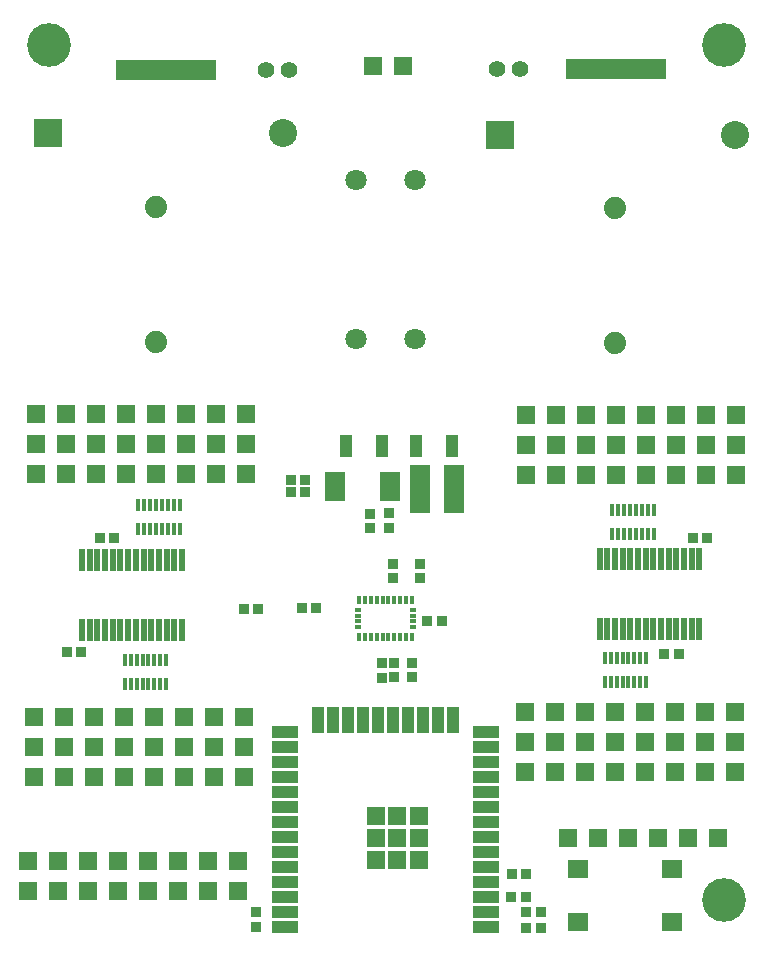
<source format=gbr>
G04 EAGLE Gerber RS-274X export*
G75*
%MOMM*%
%FSLAX34Y34*%
%LPD*%
%INSoldermask Top*%
%IPPOS*%
%AMOC8*
5,1,8,0,0,1.08239X$1,22.5*%
G01*
%ADD10C,3.703200*%
%ADD11R,0.838200X0.813200*%
%ADD12C,1.403200*%
%ADD13R,1.117200X1.923200*%
%ADD14R,0.813200X0.838200*%
%ADD15C,1.803200*%
%ADD16R,2.372362X2.372362*%
%ADD17C,2.372362*%
%ADD18R,1.603200X1.603200*%
%ADD19C,1.879600*%
%ADD20R,1.803200X4.103200*%
%ADD21R,0.458800X1.008000*%
%ADD22R,1.753200X1.503200*%
%ADD23R,2.203200X1.103200*%
%ADD24R,1.103200X2.203200*%
%ADD25R,1.533200X1.533200*%
%ADD26R,0.584200X0.457200*%
%ADD27R,0.457200X0.685800*%
%ADD28R,0.608000X1.965197*%
%ADD29R,1.743200X1.743200*%
%ADD30R,1.731100X0.502600*%


D10*
X609600Y38100D03*
X609600Y762000D03*
X38100Y762000D03*
D11*
X441960Y59690D03*
X430020Y59690D03*
D12*
X241300Y740410D03*
X221300Y740410D03*
X436880Y741680D03*
X416880Y741680D03*
D13*
X288925Y422275D03*
X319405Y422275D03*
X379095Y422275D03*
X348615Y422275D03*
D11*
X441960Y13970D03*
X453900Y13970D03*
X441960Y27940D03*
X453900Y27940D03*
D14*
X345440Y226695D03*
X345440Y238635D03*
X351790Y310515D03*
X351790Y322455D03*
X330200Y226695D03*
X330200Y238635D03*
X328930Y310515D03*
X328930Y322455D03*
D15*
X297815Y512445D03*
X347815Y512445D03*
X347980Y647700D03*
X297980Y647700D03*
D16*
X37084Y687070D03*
D17*
X236220Y687070D03*
D16*
X419354Y685800D03*
D17*
X618490Y685800D03*
D18*
X477520Y90170D03*
X502920Y90170D03*
X528320Y90170D03*
X553720Y90170D03*
X579120Y90170D03*
X604520Y90170D03*
X312420Y743585D03*
X337820Y743585D03*
D19*
X128270Y624840D03*
X128270Y510440D03*
X516890Y623570D03*
X516890Y509170D03*
D20*
X351895Y385445D03*
X380895Y385445D03*
D18*
X203200Y193040D03*
X203200Y167640D03*
X203200Y142240D03*
X177800Y193040D03*
X152400Y193040D03*
X127000Y193040D03*
X101600Y193040D03*
X76200Y193040D03*
X50800Y193040D03*
X25400Y193040D03*
X177800Y167640D03*
X152400Y167640D03*
X127000Y167640D03*
X101600Y167640D03*
X76200Y167640D03*
X50800Y167640D03*
X25400Y167640D03*
X177800Y142240D03*
X152400Y142240D03*
X127000Y142240D03*
X101600Y142240D03*
X76200Y142240D03*
X50800Y142240D03*
X25400Y142240D03*
X26670Y398780D03*
X26670Y424180D03*
X26670Y449580D03*
X52070Y398780D03*
X77470Y398780D03*
X102870Y398780D03*
X128270Y398780D03*
X153670Y398780D03*
X179070Y398780D03*
X204470Y398780D03*
X52070Y424180D03*
X77470Y424180D03*
X102870Y424180D03*
X128270Y424180D03*
X153670Y424180D03*
X179070Y424180D03*
X204470Y424180D03*
X52070Y449580D03*
X77470Y449580D03*
X102870Y449580D03*
X128270Y449580D03*
X153670Y449580D03*
X179070Y449580D03*
X204470Y449580D03*
X441960Y397510D03*
X441960Y422910D03*
X441960Y448310D03*
X467360Y397510D03*
X492760Y397510D03*
X518160Y397510D03*
X543560Y397510D03*
X568960Y397510D03*
X594360Y397510D03*
X619760Y397510D03*
X467360Y422910D03*
X492760Y422910D03*
X518160Y422910D03*
X543560Y422910D03*
X568960Y422910D03*
X594360Y422910D03*
X619760Y422910D03*
X467360Y448310D03*
X492760Y448310D03*
X518160Y448310D03*
X543560Y448310D03*
X568960Y448310D03*
X594360Y448310D03*
X619760Y448310D03*
X618490Y196850D03*
X618490Y171450D03*
X618490Y146050D03*
X593090Y196850D03*
X567690Y196850D03*
X542290Y196850D03*
X516890Y196850D03*
X491490Y196850D03*
X466090Y196850D03*
X440690Y196850D03*
X593090Y171450D03*
X567690Y171450D03*
X542290Y171450D03*
X516890Y171450D03*
X491490Y171450D03*
X466090Y171450D03*
X440690Y171450D03*
X593090Y146050D03*
X567690Y146050D03*
X542290Y146050D03*
X516890Y146050D03*
X491490Y146050D03*
X466090Y146050D03*
X440690Y146050D03*
D14*
X213360Y27305D03*
X213360Y15365D03*
D21*
X113310Y351965D03*
X118310Y351965D03*
X123310Y351965D03*
X128310Y351965D03*
X133310Y351965D03*
X138310Y351965D03*
X143310Y351965D03*
X148310Y351965D03*
X148310Y371935D03*
X143310Y371935D03*
X138310Y371935D03*
X133310Y371935D03*
X128310Y371935D03*
X123310Y371935D03*
X118310Y371935D03*
X113310Y371935D03*
D11*
X358140Y273685D03*
X370080Y273685D03*
X92710Y344170D03*
X80770Y344170D03*
X582930Y344170D03*
X594870Y344170D03*
D14*
X320040Y238125D03*
X320040Y226185D03*
X325755Y365125D03*
X325755Y353185D03*
X309245Y352425D03*
X309245Y364365D03*
D11*
X254635Y382905D03*
X242695Y382905D03*
X254635Y393065D03*
X242695Y393065D03*
X429260Y40640D03*
X441200Y40640D03*
X214630Y283845D03*
X202690Y283845D03*
X264160Y285115D03*
X252220Y285115D03*
X558800Y246380D03*
X570740Y246380D03*
X64770Y247650D03*
X52830Y247650D03*
D21*
X514630Y348155D03*
X519630Y348155D03*
X524630Y348155D03*
X529630Y348155D03*
X534630Y348155D03*
X539630Y348155D03*
X544630Y348155D03*
X549630Y348155D03*
X549630Y368125D03*
X544630Y368125D03*
X539630Y368125D03*
X534630Y368125D03*
X529630Y368125D03*
X524630Y368125D03*
X519630Y368125D03*
X514630Y368125D03*
X136880Y241125D03*
X131880Y241125D03*
X126880Y241125D03*
X121880Y241125D03*
X116880Y241125D03*
X111880Y241125D03*
X106880Y241125D03*
X101880Y241125D03*
X101880Y221155D03*
X106880Y221155D03*
X111880Y221155D03*
X116880Y221155D03*
X121880Y221155D03*
X126880Y221155D03*
X131880Y221155D03*
X136880Y221155D03*
X543280Y242395D03*
X538280Y242395D03*
X533280Y242395D03*
X528280Y242395D03*
X523280Y242395D03*
X518280Y242395D03*
X513280Y242395D03*
X508280Y242395D03*
X508280Y222425D03*
X513280Y222425D03*
X518280Y222425D03*
X523280Y222425D03*
X528280Y222425D03*
X533280Y222425D03*
X538280Y222425D03*
X543280Y222425D03*
D22*
X565150Y19050D03*
X565150Y64050D03*
X485650Y19050D03*
X485650Y64050D03*
D23*
X407670Y180340D03*
X407670Y167640D03*
X407670Y154940D03*
X407670Y142240D03*
X407670Y129540D03*
X407670Y116840D03*
X407670Y104140D03*
X407670Y91440D03*
X407670Y78740D03*
X407670Y66040D03*
X407670Y53340D03*
X407670Y40640D03*
X407670Y27940D03*
X407670Y15240D03*
X237670Y180340D03*
X237670Y167640D03*
X237670Y154940D03*
X237670Y142240D03*
X237670Y129540D03*
X237670Y116840D03*
X237670Y104140D03*
X237670Y91440D03*
X237670Y78740D03*
X237670Y66040D03*
X237670Y53340D03*
X237670Y40640D03*
X237670Y27940D03*
X237670Y15240D03*
D24*
X379820Y190340D03*
X367120Y190340D03*
X354420Y190340D03*
X341720Y190340D03*
X329020Y190340D03*
X316320Y190340D03*
X303620Y190340D03*
X290920Y190340D03*
X278220Y190340D03*
X265520Y190340D03*
D25*
X332670Y90240D03*
X314320Y90240D03*
X351020Y90240D03*
X351020Y71890D03*
X332670Y71890D03*
X314320Y71890D03*
X351020Y108590D03*
X332670Y108590D03*
X314320Y108590D03*
D26*
X299454Y283725D03*
X299454Y278725D03*
X299454Y273725D03*
X299454Y268725D03*
D27*
X300080Y260604D03*
X305080Y260604D03*
X310080Y260604D03*
X315080Y260604D03*
X320080Y260604D03*
X325080Y260604D03*
X330080Y260604D03*
X335080Y260604D03*
X340080Y260604D03*
X345080Y260604D03*
D26*
X345706Y268725D03*
X345706Y273725D03*
X345706Y278725D03*
X345706Y283725D03*
D27*
X345080Y291846D03*
X340080Y291846D03*
X335080Y291846D03*
X330080Y291846D03*
X325080Y291846D03*
X320080Y291846D03*
X315080Y291846D03*
X310080Y291846D03*
X305080Y291846D03*
X300080Y291846D03*
D28*
X65700Y266200D03*
X72200Y266200D03*
X78700Y266200D03*
X85200Y266200D03*
X91700Y266200D03*
X98200Y266200D03*
X104700Y266200D03*
X111200Y266200D03*
X117700Y266200D03*
X124200Y266200D03*
X130700Y266200D03*
X137200Y266200D03*
X143700Y266200D03*
X150200Y266200D03*
X150200Y325620D03*
X143700Y325620D03*
X137200Y325620D03*
X130700Y325620D03*
X124200Y325620D03*
X117700Y325620D03*
X111200Y325620D03*
X104700Y325620D03*
X98200Y325620D03*
X91700Y325620D03*
X85200Y325620D03*
X78700Y325620D03*
X72200Y325620D03*
X65700Y325620D03*
X588350Y326890D03*
X581850Y326890D03*
X575350Y326890D03*
X568850Y326890D03*
X562350Y326890D03*
X555850Y326890D03*
X549350Y326890D03*
X542850Y326890D03*
X536350Y326890D03*
X529850Y326890D03*
X523350Y326890D03*
X516850Y326890D03*
X510350Y326890D03*
X503850Y326890D03*
X503850Y267470D03*
X510350Y267470D03*
X516850Y267470D03*
X523350Y267470D03*
X529850Y267470D03*
X536350Y267470D03*
X542850Y267470D03*
X549350Y267470D03*
X555850Y267470D03*
X562350Y267470D03*
X568850Y267470D03*
X575350Y267470D03*
X581850Y267470D03*
X588350Y267470D03*
D29*
X102870Y740410D03*
X119870Y740410D03*
X136870Y740410D03*
X153870Y740410D03*
X170870Y740410D03*
X483870Y741680D03*
X500870Y741680D03*
X517870Y741680D03*
X534870Y741680D03*
X551870Y741680D03*
D30*
X279762Y397985D03*
X279762Y392985D03*
X279762Y387985D03*
X279762Y382985D03*
X279762Y377985D03*
X326029Y377985D03*
X326029Y382985D03*
X326029Y387985D03*
X326029Y392985D03*
X326029Y397985D03*
D18*
X19685Y45720D03*
X45085Y45720D03*
X70485Y45720D03*
X95885Y45720D03*
X121285Y45720D03*
X146685Y45720D03*
X172085Y45720D03*
X197485Y45720D03*
X197485Y71120D03*
X172085Y71120D03*
X146685Y71120D03*
X121285Y71120D03*
X95885Y71120D03*
X70485Y71120D03*
X45085Y71120D03*
X19685Y71120D03*
M02*

</source>
